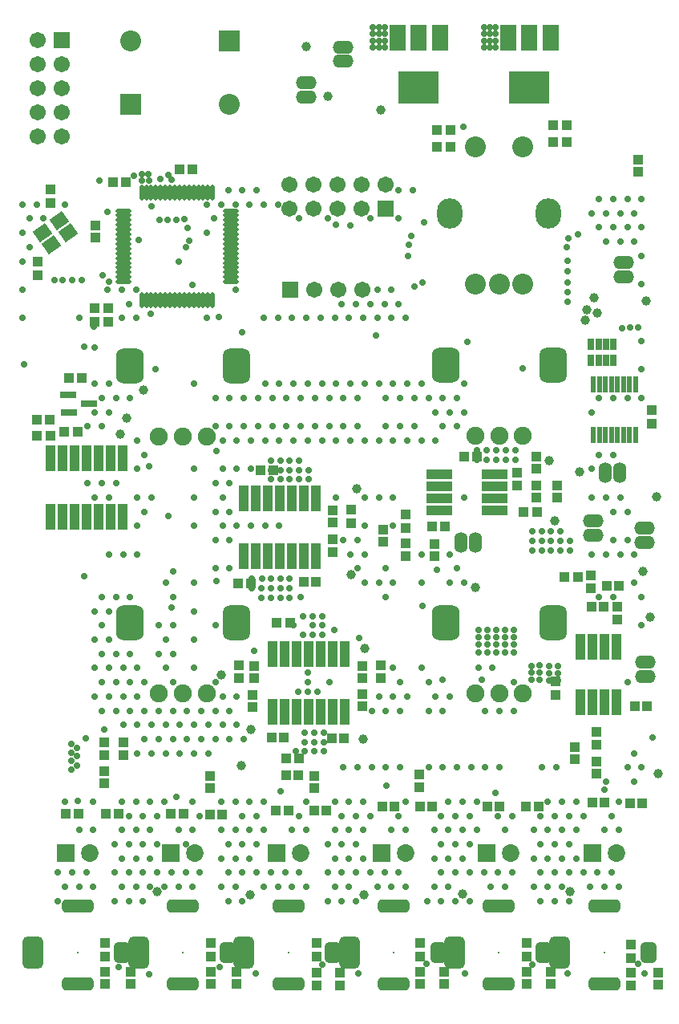
<source format=gts>
G04*
G04 #@! TF.GenerationSoftware,Altium Limited,Altium Designer,19.0.10 (269)*
G04*
G04 Layer_Color=8388736*
%FSLAX44Y44*%
%MOMM*%
G71*
G01*
G75*
%ADD33R,0.7332X1.1732*%
%ADD34R,0.5588X1.8034*%
G04:AMPARAMS|DCode=35|XSize=1.6032mm|YSize=1.3532mm|CornerRadius=0mm|HoleSize=0mm|Usage=FLASHONLY|Rotation=215.000|XOffset=0mm|YOffset=0mm|HoleType=Round|Shape=Rectangle|*
%AMROTATEDRECTD35*
4,1,4,0.2686,1.0140,1.0447,-0.0945,-0.2686,-1.0140,-1.0447,0.0945,0.2686,1.0140,0.0*
%
%ADD35ROTATEDRECTD35*%

%ADD36R,1.0032X1.1032*%
%ADD37R,1.1032X1.0032*%
%ADD38R,1.0032X1.1032*%
%ADD39R,1.1032X1.0032*%
%ADD40R,1.1032X2.7032*%
%ADD41R,2.7032X1.1032*%
G04:AMPARAMS|DCode=42|XSize=1.6932mm|YSize=0.4832mm|CornerRadius=0.1716mm|HoleSize=0mm|Usage=FLASHONLY|Rotation=90.000|XOffset=0mm|YOffset=0mm|HoleType=Round|Shape=RoundedRectangle|*
%AMROUNDEDRECTD42*
21,1,1.6932,0.1400,0,0,90.0*
21,1,1.3500,0.4832,0,0,90.0*
1,1,0.3432,0.0700,0.6750*
1,1,0.3432,0.0700,-0.6750*
1,1,0.3432,-0.0700,-0.6750*
1,1,0.3432,-0.0700,0.6750*
%
%ADD42ROUNDEDRECTD42*%
G04:AMPARAMS|DCode=43|XSize=1.6932mm|YSize=0.4832mm|CornerRadius=0.1716mm|HoleSize=0mm|Usage=FLASHONLY|Rotation=0.000|XOffset=0mm|YOffset=0mm|HoleType=Round|Shape=RoundedRectangle|*
%AMROUNDEDRECTD43*
21,1,1.6932,0.1400,0,0,0.0*
21,1,1.3500,0.4832,0,0,0.0*
1,1,0.3432,0.6750,-0.0700*
1,1,0.3432,-0.6750,-0.0700*
1,1,0.3432,-0.6750,0.0700*
1,1,0.3432,0.6750,0.0700*
%
%ADD43ROUNDEDRECTD43*%
%ADD44R,1.6532X0.7532*%
%ADD45R,1.6532X0.7532*%
%ADD46R,4.2032X3.4532*%
%ADD47R,1.7032X2.7032*%
%ADD48O,2.2032X1.4032*%
G04:AMPARAMS|DCode=49|XSize=2.8532mm|YSize=3.7032mm|CornerRadius=0.7641mm|HoleSize=0mm|Usage=FLASHONLY|Rotation=180.000|XOffset=0mm|YOffset=0mm|HoleType=Round|Shape=RoundedRectangle|*
%AMROUNDEDRECTD49*
21,1,2.8532,2.1750,0,0,180.0*
21,1,1.3250,3.7032,0,0,180.0*
1,1,1.5282,-0.6625,1.0875*
1,1,1.5282,0.6625,1.0875*
1,1,1.5282,0.6625,-1.0875*
1,1,1.5282,-0.6625,-1.0875*
%
%ADD49ROUNDEDRECTD49*%
G04:AMPARAMS|DCode=50|XSize=2.9032mm|YSize=3.7032mm|CornerRadius=0.7766mm|HoleSize=0mm|Usage=FLASHONLY|Rotation=0.000|XOffset=0mm|YOffset=0mm|HoleType=Round|Shape=RoundedRectangle|*
%AMROUNDEDRECTD50*
21,1,2.9032,2.1500,0,0,0.0*
21,1,1.3500,3.7032,0,0,0.0*
1,1,1.5532,0.6750,-1.0750*
1,1,1.5532,-0.6750,-1.0750*
1,1,1.5532,-0.6750,1.0750*
1,1,1.5532,0.6750,1.0750*
%
%ADD50ROUNDEDRECTD50*%
%ADD51C,1.9032*%
%ADD52C,0.2032*%
G04:AMPARAMS|DCode=53|XSize=2.2032mm|YSize=3.4532mm|CornerRadius=0.6016mm|HoleSize=0mm|Usage=FLASHONLY|Rotation=0.000|XOffset=0mm|YOffset=0mm|HoleType=Round|Shape=RoundedRectangle|*
%AMROUNDEDRECTD53*
21,1,2.2032,2.2500,0,0,0.0*
21,1,1.0000,3.4532,0,0,0.0*
1,1,1.2032,0.5000,-1.1250*
1,1,1.2032,-0.5000,-1.1250*
1,1,1.2032,-0.5000,1.1250*
1,1,1.2032,0.5000,1.1250*
%
%ADD53ROUNDEDRECTD53*%
G04:AMPARAMS|DCode=54|XSize=1.7032mm|YSize=2.2032mm|CornerRadius=0.4766mm|HoleSize=0mm|Usage=FLASHONLY|Rotation=180.000|XOffset=0mm|YOffset=0mm|HoleType=Round|Shape=RoundedRectangle|*
%AMROUNDEDRECTD54*
21,1,1.7032,1.2500,0,0,180.0*
21,1,0.7500,2.2032,0,0,180.0*
1,1,0.9532,-0.3750,0.6250*
1,1,0.9532,0.3750,0.6250*
1,1,0.9532,0.3750,-0.6250*
1,1,0.9532,-0.3750,-0.6250*
%
%ADD54ROUNDEDRECTD54*%
G04:AMPARAMS|DCode=55|XSize=3.3032mm|YSize=1.4032mm|CornerRadius=0.4016mm|HoleSize=0mm|Usage=FLASHONLY|Rotation=0.000|XOffset=0mm|YOffset=0mm|HoleType=Round|Shape=RoundedRectangle|*
%AMROUNDEDRECTD55*
21,1,3.3032,0.6000,0,0,0.0*
21,1,2.5000,1.4032,0,0,0.0*
1,1,0.8032,1.2500,-0.3000*
1,1,0.8032,-1.2500,-0.3000*
1,1,0.8032,-1.2500,0.3000*
1,1,0.8032,1.2500,0.3000*
%
%ADD55ROUNDEDRECTD55*%
%ADD56C,1.0032*%
%ADD57R,1.7032X1.7032*%
%ADD58C,1.7032*%
%ADD59R,1.7032X1.7032*%
%ADD60O,2.7032X3.2032*%
%ADD61C,2.2032*%
%ADD62O,1.4032X2.2032*%
%ADD63R,1.8542X1.8542*%
%ADD64C,1.8542*%
%ADD65R,2.2032X2.2032*%
%ADD66C,0.7032*%
D33*
X983000Y999250D02*
D03*
X975000D02*
D03*
X967000D02*
D03*
X959000D02*
D03*
X983000Y1016750D02*
D03*
X975000D02*
D03*
X967000D02*
D03*
X959000D02*
D03*
D34*
X1006352Y974670D02*
D03*
X999748D02*
D03*
X993652D02*
D03*
X987048D02*
D03*
X980952D02*
D03*
X974348D02*
D03*
X968252D02*
D03*
X961648D02*
D03*
Y921330D02*
D03*
X968252D02*
D03*
X974348D02*
D03*
X980952D02*
D03*
X987048D02*
D03*
X993652D02*
D03*
X999748D02*
D03*
X1006352D02*
D03*
D35*
X379588Y1134394D02*
D03*
X397609Y1147013D02*
D03*
X406787Y1133906D02*
D03*
X388765Y1121288D02*
D03*
D36*
X975734Y762000D02*
D03*
X988734D02*
D03*
X959424Y740000D02*
D03*
X972424D02*
D03*
X467500Y1188000D02*
D03*
X454500D02*
D03*
X655500Y766000D02*
D03*
X668500D02*
D03*
X1005190Y635000D02*
D03*
X1018190D02*
D03*
X1013500Y532548D02*
D03*
X1000500D02*
D03*
X903500Y529000D02*
D03*
X890500D02*
D03*
X791500Y528770D02*
D03*
X778500D02*
D03*
X634550Y602000D02*
D03*
X621550D02*
D03*
X685500Y601000D02*
D03*
X698500D02*
D03*
X637320Y562000D02*
D03*
X650320D02*
D03*
X679500Y524762D02*
D03*
X666500D02*
D03*
X569500Y520698D02*
D03*
X556500D02*
D03*
X460000Y521000D02*
D03*
X447000D02*
D03*
X960500Y533000D02*
D03*
X973500D02*
D03*
X849500Y529000D02*
D03*
X862500D02*
D03*
X738500D02*
D03*
X751500D02*
D03*
X626500Y525000D02*
D03*
X639500D02*
D03*
X515500Y521000D02*
D03*
X528500D02*
D03*
X404500D02*
D03*
X417500D02*
D03*
X524940Y1201000D02*
D03*
X537940D02*
D03*
D37*
X959234Y759500D02*
D03*
Y772500D02*
D03*
X435458Y1142137D02*
D03*
Y1129137D02*
D03*
X1008941Y1198500D02*
D03*
Y1211500D02*
D03*
X923000Y868000D02*
D03*
Y855000D02*
D03*
X901000Y868000D02*
D03*
Y855000D02*
D03*
Y898000D02*
D03*
Y885000D02*
D03*
X793789Y806189D02*
D03*
Y793189D02*
D03*
X763506Y806241D02*
D03*
Y793241D02*
D03*
X739836Y821241D02*
D03*
Y808241D02*
D03*
X685887Y828500D02*
D03*
Y841500D02*
D03*
X686000Y797500D02*
D03*
Y810500D02*
D03*
X964860Y576500D02*
D03*
Y563500D02*
D03*
X941860Y591500D02*
D03*
Y578500D02*
D03*
X603000Y664500D02*
D03*
Y677500D02*
D03*
X717750Y664500D02*
D03*
Y677500D02*
D03*
Y634500D02*
D03*
Y647500D02*
D03*
X602000Y634000D02*
D03*
Y647000D02*
D03*
X667210Y548500D02*
D03*
Y561500D02*
D03*
X556500Y548500D02*
D03*
Y561500D02*
D03*
X465291Y583500D02*
D03*
Y596500D02*
D03*
X445000D02*
D03*
Y583500D02*
D03*
Y553500D02*
D03*
Y566500D02*
D03*
X804000Y341500D02*
D03*
Y354500D02*
D03*
X779000Y341500D02*
D03*
Y354500D02*
D03*
X694000Y340500D02*
D03*
Y353500D02*
D03*
X669000Y340500D02*
D03*
Y353500D02*
D03*
X585000Y341500D02*
D03*
Y354500D02*
D03*
X558000Y341500D02*
D03*
Y354500D02*
D03*
X473000Y341500D02*
D03*
Y354500D02*
D03*
X446000Y341500D02*
D03*
Y354500D02*
D03*
X891000D02*
D03*
Y341500D02*
D03*
X916755Y354500D02*
D03*
Y341500D02*
D03*
X1001000Y353500D02*
D03*
Y340500D02*
D03*
X1029739Y353746D02*
D03*
Y340746D02*
D03*
X778000Y562500D02*
D03*
Y549500D02*
D03*
D38*
X945072Y771000D02*
D03*
X931072D02*
D03*
X435000Y1055000D02*
D03*
X449000D02*
D03*
X435000Y1040000D02*
D03*
X449000D02*
D03*
X810790Y1225000D02*
D03*
X796790D02*
D03*
X796500Y1243000D02*
D03*
X810500D02*
D03*
X839000Y897705D02*
D03*
X825000D02*
D03*
X888000Y840000D02*
D03*
X902000D02*
D03*
X421491Y981000D02*
D03*
X407491D02*
D03*
X417000Y924000D02*
D03*
X403000D02*
D03*
X373491Y937000D02*
D03*
X387491D02*
D03*
X373982Y920000D02*
D03*
X387982D02*
D03*
X624000Y884000D02*
D03*
X610000D02*
D03*
X600000Y764000D02*
D03*
X586000D02*
D03*
X641270Y723000D02*
D03*
X627270D02*
D03*
X650820Y580000D02*
D03*
X636820D02*
D03*
X933500Y1248009D02*
D03*
X919500D02*
D03*
X919500Y1230009D02*
D03*
X933500D02*
D03*
X791000Y824000D02*
D03*
X805000D02*
D03*
D39*
X986924Y726000D02*
D03*
Y740000D02*
D03*
X374440Y1103637D02*
D03*
Y1089637D02*
D03*
X388440Y1165637D02*
D03*
Y1179637D02*
D03*
X1023000Y933000D02*
D03*
Y947000D02*
D03*
X881000Y867500D02*
D03*
Y881500D02*
D03*
X763486Y822741D02*
D03*
Y836741D02*
D03*
X705600Y841870D02*
D03*
Y827870D02*
D03*
X922000Y661000D02*
D03*
Y647000D02*
D03*
X964860Y594000D02*
D03*
Y608000D02*
D03*
X587000Y678000D02*
D03*
Y664000D02*
D03*
X737000Y678000D02*
D03*
Y664000D02*
D03*
X779000Y371000D02*
D03*
Y385000D02*
D03*
X669000Y371000D02*
D03*
Y385000D02*
D03*
X558000Y371000D02*
D03*
Y385000D02*
D03*
X446000Y371000D02*
D03*
Y385000D02*
D03*
X891000D02*
D03*
Y371000D02*
D03*
X1001000Y383000D02*
D03*
Y369000D02*
D03*
D40*
X986260Y697598D02*
D03*
X973560D02*
D03*
X960860D02*
D03*
X948160D02*
D03*
X986260Y638598D02*
D03*
X973560D02*
D03*
X960860D02*
D03*
X948160D02*
D03*
X642750Y792870D02*
D03*
X655450D02*
D03*
X668150D02*
D03*
Y854130D02*
D03*
X630050Y792870D02*
D03*
X617350D02*
D03*
X604650D02*
D03*
X591950D02*
D03*
X655450Y854130D02*
D03*
X642750D02*
D03*
X630050D02*
D03*
X617350D02*
D03*
X604650D02*
D03*
X591950D02*
D03*
X439241Y834870D02*
D03*
X451941D02*
D03*
X464641D02*
D03*
Y896130D02*
D03*
X426541Y834870D02*
D03*
X413841D02*
D03*
X401141D02*
D03*
X388441D02*
D03*
X451941Y896130D02*
D03*
X439241D02*
D03*
X426541D02*
D03*
X413841D02*
D03*
X401141D02*
D03*
X388441D02*
D03*
X673187Y628870D02*
D03*
X685887D02*
D03*
X698587D02*
D03*
Y690130D02*
D03*
X660487Y628870D02*
D03*
X647787D02*
D03*
X635087D02*
D03*
X622387D02*
D03*
X685887Y690130D02*
D03*
X673187D02*
D03*
X660487D02*
D03*
X647787D02*
D03*
X635087D02*
D03*
X622387D02*
D03*
D41*
X857500Y840950D02*
D03*
Y853650D02*
D03*
Y866350D02*
D03*
Y879050D02*
D03*
X798500Y840950D02*
D03*
Y853650D02*
D03*
Y866350D02*
D03*
Y879050D02*
D03*
D42*
X484500Y1176700D02*
D03*
X489500D02*
D03*
X494500D02*
D03*
X499500D02*
D03*
X504500D02*
D03*
X509500D02*
D03*
X514500D02*
D03*
X519500D02*
D03*
X524500D02*
D03*
X529500D02*
D03*
X534500D02*
D03*
X539500D02*
D03*
X544500D02*
D03*
X549500D02*
D03*
X554500D02*
D03*
X559500D02*
D03*
Y1063300D02*
D03*
X554500D02*
D03*
X549500D02*
D03*
X544500D02*
D03*
X539500D02*
D03*
X534500D02*
D03*
X529500D02*
D03*
X524500D02*
D03*
X519500D02*
D03*
X514500D02*
D03*
X509500D02*
D03*
X504500D02*
D03*
X499500D02*
D03*
X494500D02*
D03*
X489500D02*
D03*
X484500D02*
D03*
D43*
X578700Y1157500D02*
D03*
Y1152500D02*
D03*
Y1147500D02*
D03*
Y1142500D02*
D03*
Y1137500D02*
D03*
Y1132500D02*
D03*
Y1127500D02*
D03*
Y1122500D02*
D03*
Y1117500D02*
D03*
Y1112500D02*
D03*
Y1107500D02*
D03*
Y1102500D02*
D03*
Y1097500D02*
D03*
Y1092500D02*
D03*
Y1087500D02*
D03*
Y1082500D02*
D03*
X465300D02*
D03*
Y1087500D02*
D03*
Y1092500D02*
D03*
Y1097500D02*
D03*
Y1102500D02*
D03*
Y1107500D02*
D03*
Y1112500D02*
D03*
Y1117500D02*
D03*
Y1122500D02*
D03*
Y1127500D02*
D03*
Y1132500D02*
D03*
Y1137500D02*
D03*
Y1142500D02*
D03*
Y1147500D02*
D03*
Y1152500D02*
D03*
Y1157500D02*
D03*
D44*
X407250Y963500D02*
D03*
D45*
X407332Y944348D02*
D03*
X428668Y954000D02*
D03*
D46*
X777000Y1287540D02*
D03*
X894000D02*
D03*
D47*
X754500Y1340040D02*
D03*
X777000D02*
D03*
X799500D02*
D03*
X871500D02*
D03*
X894000D02*
D03*
X916500D02*
D03*
D48*
X1016112Y666500D02*
D03*
Y681500D02*
D03*
X697000Y1330145D02*
D03*
Y1315145D02*
D03*
X658000Y1277500D02*
D03*
Y1292500D02*
D03*
X994000Y1087678D02*
D03*
Y1102678D02*
D03*
X1016000Y822500D02*
D03*
Y807500D02*
D03*
X961500Y815000D02*
D03*
Y830000D02*
D03*
D49*
X585000Y723000D02*
D03*
X919000D02*
D03*
Y995000D02*
D03*
X585000Y994000D02*
D03*
D50*
X472000Y723000D02*
D03*
X806000D02*
D03*
Y995000D02*
D03*
X472000Y994000D02*
D03*
D51*
X553000Y648000D02*
D03*
X528000D02*
D03*
X503000D02*
D03*
X837000D02*
D03*
X862000D02*
D03*
X887000D02*
D03*
Y920000D02*
D03*
X862000D02*
D03*
X837000D02*
D03*
X503000Y919000D02*
D03*
X528000D02*
D03*
X553000D02*
D03*
D52*
X861920Y375000D02*
D03*
X417000D02*
D03*
X528230D02*
D03*
X639460D02*
D03*
X750690D02*
D03*
X973150D02*
D03*
D53*
X814920D02*
D03*
X370000D02*
D03*
X481230D02*
D03*
X592460D02*
D03*
X703690D02*
D03*
X926150D02*
D03*
D54*
X908920D02*
D03*
X464000D02*
D03*
X575230D02*
D03*
X686460D02*
D03*
X797690D02*
D03*
X1020150D02*
D03*
D55*
X861920Y342000D02*
D03*
Y424000D02*
D03*
X417000Y342000D02*
D03*
Y424000D02*
D03*
X528230Y342000D02*
D03*
Y424000D02*
D03*
X639460Y342000D02*
D03*
Y424000D02*
D03*
X750690Y342000D02*
D03*
Y424000D02*
D03*
X973150Y342000D02*
D03*
Y424000D02*
D03*
D56*
X1017000Y1062000D02*
D03*
X936909Y439327D02*
D03*
X1030000Y564000D02*
D03*
X658081Y1331000D02*
D03*
X737000Y1264000D02*
D03*
X1021790Y729000D02*
D03*
X681410Y1278000D02*
D03*
X823098Y437000D02*
D03*
X966000Y1049991D02*
D03*
X921085Y830585D02*
D03*
X947000Y882399D02*
D03*
X962000Y1066000D02*
D03*
X598823Y436000D02*
D03*
X836819Y760000D02*
D03*
X712000Y864350D02*
D03*
X705667Y773902D02*
D03*
X1028573Y856000D02*
D03*
X568256Y668000D02*
D03*
X720000Y695500D02*
D03*
X718098Y600339D02*
D03*
X600000Y610000D02*
D03*
X914674Y894144D02*
D03*
X462000Y922000D02*
D03*
X469000Y938473D02*
D03*
X954288Y1053238D02*
D03*
X953173Y1042000D02*
D03*
X1014000Y777364D02*
D03*
X501000Y439000D02*
D03*
X486675Y968000D02*
D03*
X590000Y572027D02*
D03*
X719000Y435722D02*
D03*
D57*
X742169Y1160000D02*
D03*
X641550Y1074450D02*
D03*
D58*
X742169Y1185400D02*
D03*
X716769Y1160000D02*
D03*
Y1185400D02*
D03*
X691369Y1160000D02*
D03*
Y1185400D02*
D03*
X665969Y1160000D02*
D03*
Y1185400D02*
D03*
X640570Y1160000D02*
D03*
Y1185400D02*
D03*
X374600Y1235600D02*
D03*
X400000D02*
D03*
X374600Y1261000D02*
D03*
X400000D02*
D03*
X374600Y1286400D02*
D03*
X400000D02*
D03*
X374600Y1311800D02*
D03*
X400000D02*
D03*
X374600Y1337200D02*
D03*
X717750Y1074450D02*
D03*
X692350D02*
D03*
X666950D02*
D03*
D59*
X400000Y1337200D02*
D03*
D60*
X914000Y1155000D02*
D03*
X810000D02*
D03*
D61*
X862000Y1080000D02*
D03*
X837000D02*
D03*
X887000D02*
D03*
Y1225000D02*
D03*
X837000D02*
D03*
X472700Y1337000D02*
D03*
X577300Y1270000D02*
D03*
D62*
X989148Y881128D02*
D03*
X974148D02*
D03*
X821655Y807152D02*
D03*
X836655D02*
D03*
D63*
X404302Y480000D02*
D03*
X515532D02*
D03*
X626762D02*
D03*
X737992D02*
D03*
X849222D02*
D03*
X960452D02*
D03*
D64*
X429698D02*
D03*
X540928D02*
D03*
X652158D02*
D03*
X763388D02*
D03*
X874618D02*
D03*
X985848D02*
D03*
D65*
X577300Y1337000D02*
D03*
X472700Y1270000D02*
D03*
D66*
X1012500Y1170000D02*
D03*
X1005000Y1155000D02*
D03*
X1012500Y1140000D02*
D03*
X1005000Y1125000D02*
D03*
X1012500Y1110000D02*
D03*
Y1080000D02*
D03*
Y1020000D02*
D03*
Y990000D02*
D03*
Y960000D02*
D03*
X1005000Y795000D02*
D03*
Y765000D02*
D03*
X1012500Y750000D02*
D03*
Y720000D02*
D03*
X1005000Y585000D02*
D03*
X1012500Y570000D02*
D03*
X1005000Y555000D02*
D03*
X997500Y1170000D02*
D03*
X990000Y1155000D02*
D03*
X997500Y1140000D02*
D03*
X990000Y1125000D02*
D03*
X997500Y960000D02*
D03*
X990000Y855000D02*
D03*
X997500Y840000D02*
D03*
Y810000D02*
D03*
X990000Y795000D02*
D03*
X997500Y660000D02*
D03*
Y570000D02*
D03*
X982500Y1170000D02*
D03*
X975000Y1155000D02*
D03*
X982500Y1140000D02*
D03*
X975000Y1125000D02*
D03*
X982500Y960000D02*
D03*
Y900000D02*
D03*
X975000Y855000D02*
D03*
X982500Y840000D02*
D03*
Y810000D02*
D03*
X975000Y795000D02*
D03*
X982500Y750000D02*
D03*
X975000Y555000D02*
D03*
X967500Y1170000D02*
D03*
X960000Y1155000D02*
D03*
X967500Y1140000D02*
D03*
Y960000D02*
D03*
X960000Y945000D02*
D03*
X967500Y900000D02*
D03*
X960000Y885000D02*
D03*
Y855000D02*
D03*
Y795000D02*
D03*
X967500Y750000D02*
D03*
X922500Y570000D02*
D03*
X907500D02*
D03*
X877500Y660000D02*
D03*
Y630000D02*
D03*
X855000Y675000D02*
D03*
X862500Y630000D02*
D03*
Y570000D02*
D03*
X840000Y675000D02*
D03*
X847500Y630000D02*
D03*
Y570000D02*
D03*
X825000Y975000D02*
D03*
Y945000D02*
D03*
Y855000D02*
D03*
Y765000D02*
D03*
X832500Y570000D02*
D03*
X817500Y960000D02*
D03*
X810000Y945000D02*
D03*
X817500Y930000D02*
D03*
X810000Y795000D02*
D03*
X817500Y780000D02*
D03*
X810000Y765000D02*
D03*
Y645000D02*
D03*
X817500Y570000D02*
D03*
X802500Y960000D02*
D03*
X795000Y945000D02*
D03*
X802500Y930000D02*
D03*
X795000Y915000D02*
D03*
Y645000D02*
D03*
X802500Y630000D02*
D03*
Y570000D02*
D03*
X780000Y975000D02*
D03*
X787500Y960000D02*
D03*
X780000Y915000D02*
D03*
Y795000D02*
D03*
Y765000D02*
D03*
Y675000D02*
D03*
X787500Y660000D02*
D03*
Y630000D02*
D03*
Y570000D02*
D03*
X765000Y975000D02*
D03*
X772500Y960000D02*
D03*
Y930000D02*
D03*
X765000Y915000D02*
D03*
Y645000D02*
D03*
X750000Y975000D02*
D03*
X757500Y960000D02*
D03*
Y930000D02*
D03*
X750000Y915000D02*
D03*
Y855000D02*
D03*
Y825000D02*
D03*
Y765000D02*
D03*
Y675000D02*
D03*
X757500Y660000D02*
D03*
X750000Y645000D02*
D03*
X757500Y630000D02*
D03*
Y570000D02*
D03*
X735000Y975000D02*
D03*
X742500Y960000D02*
D03*
Y930000D02*
D03*
X735000Y915000D02*
D03*
Y855000D02*
D03*
X742500Y780000D02*
D03*
X735000Y765000D02*
D03*
X742500Y750000D02*
D03*
X735000Y645000D02*
D03*
X742500Y630000D02*
D03*
Y570000D02*
D03*
X720000Y975000D02*
D03*
Y915000D02*
D03*
Y855000D02*
D03*
Y825000D02*
D03*
Y795000D02*
D03*
Y765000D02*
D03*
X727500Y630000D02*
D03*
Y570000D02*
D03*
X705000Y975000D02*
D03*
X712500Y960000D02*
D03*
Y930000D02*
D03*
X705000Y915000D02*
D03*
X712500Y810000D02*
D03*
X705000Y795000D02*
D03*
X712500Y780000D02*
D03*
Y570000D02*
D03*
X690000Y975000D02*
D03*
X697500Y960000D02*
D03*
Y930000D02*
D03*
X690000Y915000D02*
D03*
Y855000D02*
D03*
X697500Y810000D02*
D03*
Y570000D02*
D03*
X675000Y975000D02*
D03*
X682500Y960000D02*
D03*
Y930000D02*
D03*
X675000Y915000D02*
D03*
X682500Y660000D02*
D03*
X660000Y975000D02*
D03*
X667500Y960000D02*
D03*
Y930000D02*
D03*
X660000Y915000D02*
D03*
X645000Y975000D02*
D03*
X652500Y960000D02*
D03*
Y930000D02*
D03*
X645000Y915000D02*
D03*
X652500Y750000D02*
D03*
X630000Y975000D02*
D03*
X637500Y960000D02*
D03*
Y930000D02*
D03*
X630000Y915000D02*
D03*
Y825000D02*
D03*
X615000Y975000D02*
D03*
X622500Y960000D02*
D03*
Y930000D02*
D03*
X615000Y915000D02*
D03*
Y825000D02*
D03*
X607500Y960000D02*
D03*
Y930000D02*
D03*
X600000Y915000D02*
D03*
Y885000D02*
D03*
Y825000D02*
D03*
X592500Y960000D02*
D03*
Y930000D02*
D03*
X585000Y915000D02*
D03*
Y885000D02*
D03*
Y825000D02*
D03*
Y645000D02*
D03*
Y615000D02*
D03*
X592500Y600000D02*
D03*
X577500Y960000D02*
D03*
Y930000D02*
D03*
X570000Y915000D02*
D03*
Y885000D02*
D03*
X577500Y870000D02*
D03*
X570000Y855000D02*
D03*
X577500Y840000D02*
D03*
X570000Y825000D02*
D03*
X577500Y810000D02*
D03*
Y780000D02*
D03*
X570000Y645000D02*
D03*
X577500Y630000D02*
D03*
X570000Y615000D02*
D03*
X577500Y600000D02*
D03*
X562500Y960000D02*
D03*
Y930000D02*
D03*
Y870000D02*
D03*
Y840000D02*
D03*
Y810000D02*
D03*
Y780000D02*
D03*
Y720000D02*
D03*
Y660000D02*
D03*
Y630000D02*
D03*
X555000Y615000D02*
D03*
X562500Y600000D02*
D03*
X555000Y585000D02*
D03*
X540000Y975000D02*
D03*
Y885000D02*
D03*
Y855000D02*
D03*
Y825000D02*
D03*
Y765000D02*
D03*
Y735000D02*
D03*
Y705000D02*
D03*
Y675000D02*
D03*
X547500Y630000D02*
D03*
X540000Y615000D02*
D03*
X547500Y600000D02*
D03*
X540000Y585000D02*
D03*
X532500Y630000D02*
D03*
X525000Y615000D02*
D03*
X532500Y600000D02*
D03*
X525000Y585000D02*
D03*
X510000Y765000D02*
D03*
X517500Y750000D02*
D03*
Y720000D02*
D03*
X510000Y705000D02*
D03*
X517500Y690000D02*
D03*
X510000Y675000D02*
D03*
X517500Y660000D02*
D03*
Y630000D02*
D03*
X510000Y615000D02*
D03*
X517500Y600000D02*
D03*
X510000Y585000D02*
D03*
X495000Y855000D02*
D03*
X502500Y720000D02*
D03*
Y690000D02*
D03*
Y630000D02*
D03*
X495000Y615000D02*
D03*
X502500Y600000D02*
D03*
X495000Y585000D02*
D03*
X480000Y915000D02*
D03*
X487500Y900000D02*
D03*
X480000Y885000D02*
D03*
Y855000D02*
D03*
X487500Y840000D02*
D03*
X480000Y825000D02*
D03*
Y795000D02*
D03*
Y675000D02*
D03*
X487500Y660000D02*
D03*
X480000Y645000D02*
D03*
X487500Y630000D02*
D03*
X480000Y615000D02*
D03*
X487500Y600000D02*
D03*
X480000Y585000D02*
D03*
X472500Y960000D02*
D03*
X465000Y795000D02*
D03*
X472500Y750000D02*
D03*
Y690000D02*
D03*
X465000Y675000D02*
D03*
X472500Y660000D02*
D03*
X465000Y645000D02*
D03*
X472500Y630000D02*
D03*
X465000Y615000D02*
D03*
X450000Y975000D02*
D03*
X457500Y960000D02*
D03*
X450000Y945000D02*
D03*
X457500Y870000D02*
D03*
X450000Y855000D02*
D03*
Y795000D02*
D03*
X457500Y750000D02*
D03*
X450000Y735000D02*
D03*
Y705000D02*
D03*
X457500Y690000D02*
D03*
X450000Y675000D02*
D03*
X457500Y660000D02*
D03*
X450000Y645000D02*
D03*
X457500Y630000D02*
D03*
X435000Y975000D02*
D03*
X442500Y960000D02*
D03*
X435000Y945000D02*
D03*
X442500Y930000D02*
D03*
Y870000D02*
D03*
X435000Y855000D02*
D03*
X442500Y750000D02*
D03*
X435000Y735000D02*
D03*
X442500Y720000D02*
D03*
X435000Y705000D02*
D03*
X442500Y690000D02*
D03*
X435000Y675000D02*
D03*
X442500Y660000D02*
D03*
X435000Y645000D02*
D03*
X442500Y630000D02*
D03*
X427500Y930000D02*
D03*
Y870000D02*
D03*
X844032Y662935D02*
D03*
X828351Y1019000D02*
D03*
X1016000Y353000D02*
D03*
X934754D02*
D03*
X826000D02*
D03*
X605000D02*
D03*
X713462D02*
D03*
X492000Y352000D02*
D03*
X460000Y360000D02*
D03*
X988500Y534145D02*
D03*
Y504145D02*
D03*
Y444145D02*
D03*
X981000Y519145D02*
D03*
X973500Y504145D02*
D03*
X981000Y459145D02*
D03*
X973500Y444145D02*
D03*
X966000Y459145D02*
D03*
X958500Y444145D02*
D03*
X943500Y534145D02*
D03*
X951000Y519145D02*
D03*
X943500Y504145D02*
D03*
Y474145D02*
D03*
X951000Y459145D02*
D03*
X928500Y534145D02*
D03*
X936000Y519145D02*
D03*
X928500Y504145D02*
D03*
X936000Y489145D02*
D03*
X928500Y474145D02*
D03*
X936000Y459145D02*
D03*
X928500Y444145D02*
D03*
X936000Y429145D02*
D03*
X913500Y534145D02*
D03*
X921000Y519145D02*
D03*
X913500Y504145D02*
D03*
X921000Y489145D02*
D03*
X913500Y474145D02*
D03*
X921000Y459145D02*
D03*
X913500Y444145D02*
D03*
X921000Y429145D02*
D03*
X906000Y519145D02*
D03*
X898500Y504145D02*
D03*
X906000Y489145D02*
D03*
X898500Y474145D02*
D03*
X906000Y459145D02*
D03*
X898500Y444145D02*
D03*
X906000Y429145D02*
D03*
X876000Y519145D02*
D03*
X868500Y504145D02*
D03*
X876000Y459145D02*
D03*
X868500Y444145D02*
D03*
X861000Y519145D02*
D03*
Y459145D02*
D03*
X853500Y444145D02*
D03*
X838500Y534145D02*
D03*
Y504145D02*
D03*
X846000Y459145D02*
D03*
X823500Y534145D02*
D03*
X831000Y519145D02*
D03*
X823500Y504145D02*
D03*
X831000Y489145D02*
D03*
X823500Y474145D02*
D03*
X831000Y459145D02*
D03*
Y429145D02*
D03*
X808500Y534145D02*
D03*
X816000Y519145D02*
D03*
X808500Y504145D02*
D03*
X816000Y489145D02*
D03*
X808500Y474145D02*
D03*
X816000Y459145D02*
D03*
X808500Y444145D02*
D03*
X816000Y429145D02*
D03*
X801000Y519145D02*
D03*
X793500Y504145D02*
D03*
X801000Y489145D02*
D03*
X793500Y474145D02*
D03*
X801000Y459145D02*
D03*
X793500Y444145D02*
D03*
X801000Y429145D02*
D03*
X786000D02*
D03*
X771000Y1179145D02*
D03*
X763500Y1044145D02*
D03*
Y534145D02*
D03*
Y504145D02*
D03*
Y444145D02*
D03*
X756000Y1179145D02*
D03*
Y1149145D02*
D03*
X748500Y1074145D02*
D03*
X756000Y1059145D02*
D03*
X748500Y1044145D02*
D03*
X756000Y519145D02*
D03*
X748500Y504145D02*
D03*
X756000Y459145D02*
D03*
X748500Y444145D02*
D03*
X733500Y1074145D02*
D03*
X741000Y1059145D02*
D03*
X733500Y1044145D02*
D03*
X741000Y459145D02*
D03*
X733500Y444145D02*
D03*
X726000Y1149145D02*
D03*
Y1059145D02*
D03*
X718500Y1044145D02*
D03*
Y534145D02*
D03*
X726000Y519145D02*
D03*
X718500Y504145D02*
D03*
Y474145D02*
D03*
X726000Y459145D02*
D03*
X711000Y1059145D02*
D03*
X703500Y1044145D02*
D03*
Y534145D02*
D03*
X711000Y519145D02*
D03*
X703500Y504145D02*
D03*
X711000Y489145D02*
D03*
X703500Y474145D02*
D03*
X711000Y459145D02*
D03*
X703500Y444145D02*
D03*
X711000Y429145D02*
D03*
X696000Y1059145D02*
D03*
X688500Y1044145D02*
D03*
Y534145D02*
D03*
X696000Y519145D02*
D03*
X688500Y504145D02*
D03*
X696000Y489145D02*
D03*
X688500Y474145D02*
D03*
X696000Y459145D02*
D03*
X688500Y444145D02*
D03*
X696000Y429145D02*
D03*
X681000Y1149145D02*
D03*
X673500Y1044145D02*
D03*
X681000Y489145D02*
D03*
Y459145D02*
D03*
Y429145D02*
D03*
X658500Y1044145D02*
D03*
Y534145D02*
D03*
Y504145D02*
D03*
Y444145D02*
D03*
X651000Y1149145D02*
D03*
X643500Y1044145D02*
D03*
X651000Y519145D02*
D03*
X643500Y504145D02*
D03*
X651000Y459145D02*
D03*
X643500Y444145D02*
D03*
X628500Y1164145D02*
D03*
Y1044145D02*
D03*
X636000Y459145D02*
D03*
X628500Y444145D02*
D03*
X613500Y1164145D02*
D03*
Y1044145D02*
D03*
Y534145D02*
D03*
Y504145D02*
D03*
X621000Y459145D02*
D03*
X613500Y444145D02*
D03*
X606000Y1179145D02*
D03*
X598500Y1164145D02*
D03*
Y534145D02*
D03*
X606000Y519145D02*
D03*
X598500Y504145D02*
D03*
X606000Y489145D02*
D03*
X598500Y474145D02*
D03*
X606000Y459145D02*
D03*
X591000Y1179145D02*
D03*
X583500Y1164145D02*
D03*
Y1074145D02*
D03*
Y534145D02*
D03*
X591000Y519145D02*
D03*
X583500Y504145D02*
D03*
X591000Y489145D02*
D03*
X583500Y474145D02*
D03*
X591000Y459145D02*
D03*
X583500Y444145D02*
D03*
X591000Y429145D02*
D03*
X576000Y1179145D02*
D03*
X568500Y1164145D02*
D03*
Y534145D02*
D03*
Y504145D02*
D03*
X576000Y489145D02*
D03*
X568500Y474145D02*
D03*
X576000Y459145D02*
D03*
X568500Y444145D02*
D03*
X576000Y429145D02*
D03*
X553500Y1164145D02*
D03*
X561000Y1149145D02*
D03*
X553500Y1134145D02*
D03*
Y1044145D02*
D03*
X538500Y534145D02*
D03*
X546000Y519145D02*
D03*
X538500Y504145D02*
D03*
X546000Y459145D02*
D03*
X538500Y444145D02*
D03*
X531000Y1119145D02*
D03*
X523500Y1104145D02*
D03*
Y504145D02*
D03*
X531000Y489145D02*
D03*
Y459145D02*
D03*
X523500Y444145D02*
D03*
X508500Y534145D02*
D03*
X516000Y459145D02*
D03*
X508500Y444145D02*
D03*
X493500Y534145D02*
D03*
X501000Y519145D02*
D03*
X493500Y504145D02*
D03*
X501000Y489145D02*
D03*
X493500Y474145D02*
D03*
X501000Y459145D02*
D03*
X493500Y444145D02*
D03*
X478500Y1074145D02*
D03*
Y1044145D02*
D03*
Y534145D02*
D03*
X486000Y519145D02*
D03*
X478500Y504145D02*
D03*
X486000Y489145D02*
D03*
X478500Y474145D02*
D03*
X486000Y459145D02*
D03*
X478500Y444145D02*
D03*
X486000Y429145D02*
D03*
X463500Y1074145D02*
D03*
X471000Y1059145D02*
D03*
X463500Y1044145D02*
D03*
Y534145D02*
D03*
X471000Y519145D02*
D03*
X463500Y504145D02*
D03*
X471000Y489145D02*
D03*
X463500Y474145D02*
D03*
X471000Y459145D02*
D03*
X463500Y444145D02*
D03*
X471000Y429145D02*
D03*
X448500Y1074145D02*
D03*
X456000Y489145D02*
D03*
Y459145D02*
D03*
Y429145D02*
D03*
X433500Y534145D02*
D03*
Y504145D02*
D03*
Y444145D02*
D03*
X418500Y1044145D02*
D03*
Y504145D02*
D03*
X426000Y459145D02*
D03*
X418500Y444145D02*
D03*
X403500Y1164145D02*
D03*
Y534145D02*
D03*
X411000Y459145D02*
D03*
X403500Y444145D02*
D03*
X396000Y459145D02*
D03*
Y429145D02*
D03*
X373500Y1164145D02*
D03*
X381000Y1149145D02*
D03*
X358500Y1164145D02*
D03*
X366000Y1149145D02*
D03*
X358500Y1134145D02*
D03*
X366000Y1119145D02*
D03*
X358500Y1104145D02*
D03*
Y1074145D02*
D03*
Y1044145D02*
D03*
X897000Y361782D02*
D03*
X567000Y360000D02*
D03*
X962000Y1066000D02*
D03*
X590000Y572027D02*
D03*
X516000Y1190000D02*
D03*
X513000Y1195486D02*
D03*
X492300Y1189350D02*
D03*
X491975Y1195904D02*
D03*
X484500D02*
D03*
X689740Y1142500D02*
D03*
X766000Y1109584D02*
D03*
X443299Y1089000D02*
D03*
X450170Y1083000D02*
D03*
X421000Y1084000D02*
D03*
X411000Y1084450D02*
D03*
X401270Y1084000D02*
D03*
X392839D02*
D03*
X504500Y1191195D02*
D03*
X476009Y1194000D02*
D03*
X485133Y1189000D02*
D03*
X824000Y1246000D02*
D03*
X782951Y1145605D02*
D03*
X781000Y1082000D02*
D03*
X773049Y1077861D02*
D03*
X766960Y1121710D02*
D03*
X769000Y1131000D02*
D03*
X416000Y572000D02*
D03*
Y582000D02*
D03*
Y591000D02*
D03*
X410000Y586000D02*
D03*
Y595000D02*
D03*
Y568000D02*
D03*
Y577000D02*
D03*
X425530Y601084D02*
D03*
X423825Y772115D02*
D03*
X360000Y995098D02*
D03*
X655500Y845000D02*
D03*
X655450Y854130D02*
D03*
Y862902D02*
D03*
X670000Y650000D02*
D03*
X650000D02*
D03*
X660000D02*
D03*
Y660000D02*
D03*
Y670000D02*
D03*
X445000Y610000D02*
D03*
X887000Y991000D02*
D03*
X945000Y1132827D02*
D03*
X743000Y551000D02*
D03*
X713920Y707000D02*
D03*
X688000Y715173D02*
D03*
X644950Y720257D02*
D03*
X513000Y835741D02*
D03*
X781000Y740500D02*
D03*
X492027Y888000D02*
D03*
X498889Y990000D02*
D03*
X937000Y799000D02*
D03*
Y809000D02*
D03*
X897000Y799000D02*
D03*
X907000D02*
D03*
X917000D02*
D03*
X927000D02*
D03*
X897000Y809000D02*
D03*
X907000D02*
D03*
X917000D02*
D03*
X927000D02*
D03*
Y819000D02*
D03*
X917000D02*
D03*
X907000D02*
D03*
X897000D02*
D03*
X879000Y895000D02*
D03*
X869000D02*
D03*
X859000D02*
D03*
X849000D02*
D03*
X839000D02*
D03*
Y905000D02*
D03*
X849000D02*
D03*
X859000D02*
D03*
X869000D02*
D03*
X879000Y904745D02*
D03*
X675000Y710000D02*
D03*
Y720000D02*
D03*
Y730000D02*
D03*
X665000D02*
D03*
Y720000D02*
D03*
Y710000D02*
D03*
X655000D02*
D03*
Y730000D02*
D03*
X603000Y693000D02*
D03*
X611000Y749000D02*
D03*
X621000D02*
D03*
X631000D02*
D03*
X641000D02*
D03*
Y759000D02*
D03*
X631000D02*
D03*
X621000D02*
D03*
X611000D02*
D03*
X601000D02*
D03*
Y769000D02*
D03*
X612000D02*
D03*
X621000D02*
D03*
X631000D02*
D03*
X641000D02*
D03*
X563546Y767000D02*
D03*
X676755Y587000D02*
D03*
X667000D02*
D03*
X657000D02*
D03*
X647000D02*
D03*
X657000Y597000D02*
D03*
X667000D02*
D03*
X677000D02*
D03*
Y607000D02*
D03*
X667000D02*
D03*
X657000D02*
D03*
X661000Y884000D02*
D03*
Y874000D02*
D03*
X621000D02*
D03*
X631000D02*
D03*
X641000D02*
D03*
X651000D02*
D03*
Y884000D02*
D03*
X641000D02*
D03*
X631000D02*
D03*
X621000D02*
D03*
Y894000D02*
D03*
X631000D02*
D03*
X641000D02*
D03*
X651000D02*
D03*
X563546Y904000D02*
D03*
X516290Y739000D02*
D03*
X517395Y777000D02*
D03*
X856000Y840500D02*
D03*
X802000Y663000D02*
D03*
X796000Y779000D02*
D03*
X849500Y691500D02*
D03*
X840500D02*
D03*
X868000Y691500D02*
D03*
X859000D02*
D03*
X877436D02*
D03*
Y700000D02*
D03*
Y707500D02*
D03*
Y715500D02*
D03*
X859000D02*
D03*
X868000D02*
D03*
X859000Y707500D02*
D03*
X868000D02*
D03*
X859000Y700000D02*
D03*
X868000D02*
D03*
X840500Y715500D02*
D03*
X849500D02*
D03*
X840500Y707500D02*
D03*
X849500D02*
D03*
X840500Y700000D02*
D03*
X849500D02*
D03*
X896000Y677000D02*
D03*
X905000Y678000D02*
D03*
X896000Y670000D02*
D03*
X905000D02*
D03*
X896000Y662500D02*
D03*
X905000D02*
D03*
X934000Y1061173D02*
D03*
X934409Y1071829D02*
D03*
Y1081582D02*
D03*
X933987Y1094013D02*
D03*
X934409Y1105000D02*
D03*
X933252Y1119000D02*
D03*
X935000Y1128013D02*
D03*
X924000Y662000D02*
D03*
X915000D02*
D03*
X924000Y669500D02*
D03*
X915000D02*
D03*
X924000Y677500D02*
D03*
X915000D02*
D03*
X591000Y1029605D02*
D03*
X435163Y1013000D02*
D03*
X434114Y1035000D02*
D03*
X493800Y1049125D02*
D03*
X537719Y1079324D02*
D03*
X533009Y1139000D02*
D03*
X534500Y1126000D02*
D03*
X530009Y1149000D02*
D03*
X521009Y1148000D02*
D03*
X512009D02*
D03*
X503009D02*
D03*
X732427Y1026000D02*
D03*
X1009000Y1034000D02*
D03*
X1000000D02*
D03*
X992000Y1033640D02*
D03*
X495009Y1162000D02*
D03*
X1009000Y363000D02*
D03*
X785000Y362750D02*
D03*
X675000Y362250D02*
D03*
X424000Y1014000D02*
D03*
X566169Y1045000D02*
D03*
X448009Y1156500D02*
D03*
X705000Y1142000D02*
D03*
X440000Y1189000D02*
D03*
X481009Y1127000D02*
D03*
X973150Y547000D02*
D03*
X858000Y543000D02*
D03*
X631000Y545000D02*
D03*
X521000Y539000D02*
D03*
X417000Y535000D02*
D03*
X871500Y1332000D02*
D03*
Y1340040D02*
D03*
X871410Y1348000D02*
D03*
X754000Y1333000D02*
D03*
Y1341000D02*
D03*
Y1349000D02*
D03*
X729000Y1351000D02*
D03*
X735000D02*
D03*
X741009D02*
D03*
Y1344000D02*
D03*
X735000D02*
D03*
X729000D02*
D03*
X741009Y1337000D02*
D03*
X735000D02*
D03*
X729000D02*
D03*
X741009Y1330000D02*
D03*
X735000D02*
D03*
X729000D02*
D03*
X846000Y1330000D02*
D03*
X852000D02*
D03*
X858009D02*
D03*
X846000Y1337000D02*
D03*
X852000D02*
D03*
X858009D02*
D03*
X846000Y1344000D02*
D03*
X852000D02*
D03*
X858009D02*
D03*
Y1351000D02*
D03*
X852000D02*
D03*
X846000D02*
D03*
X762976Y835741D02*
D03*
X966000Y608000D02*
D03*
X1024000Y602000D02*
D03*
M02*

</source>
